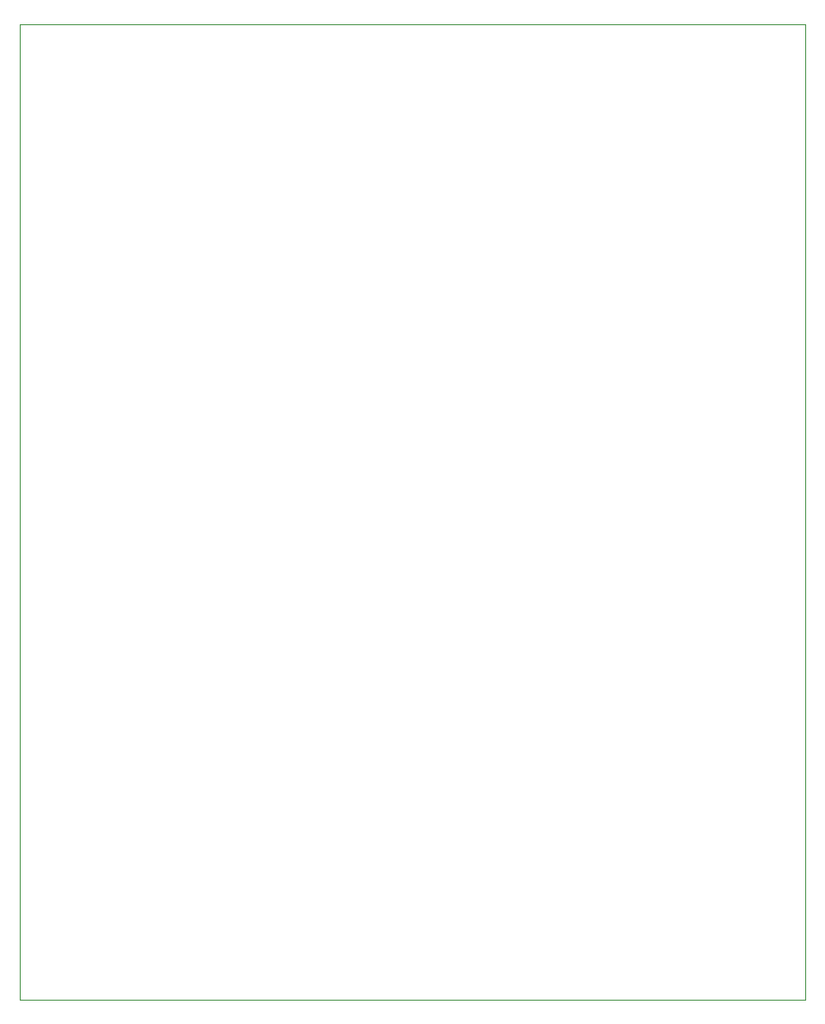
<source format=gbr>
G04*
G04 #@! TF.GenerationSoftware,Altium Limited,Altium Designer,22.4.2 (48)*
G04*
G04 Layer_Color=0*
%FSLAX25Y25*%
%MOIN*%
G70*
G04*
G04 #@! TF.SameCoordinates,D4448EEE-889B-48FB-A541-E9576EB43F8F*
G04*
G04*
G04 #@! TF.FilePolarity,Positive*
G04*
G01*
G75*
%ADD61C,0.00100*%
D61*
X224410Y38583D02*
X515748D01*
Y400000D01*
X224410D01*
Y38583D01*
M02*

</source>
